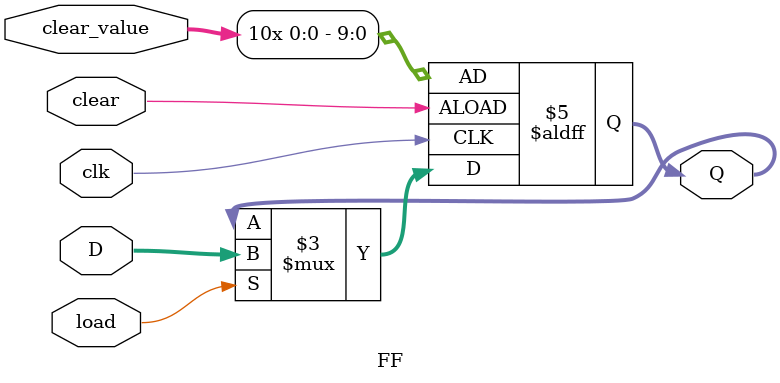
<source format=v>
`timescale 1ns/1ps
module FF#(
    parameter WIDTH = 10
)(
    input clk,
    input load,
    input clear,
    input clear_value,

    input [WIDTH - 1: 0] D,
    output reg [WIDTH - 1: 0] Q
);

    always @(posedge clk, negedge clear) begin
        if(!clear) begin
            Q <= {WIDTH{clear_value}};
        end
        else if(load) begin
            Q <= D;
        end
    end

endmodule
</source>
